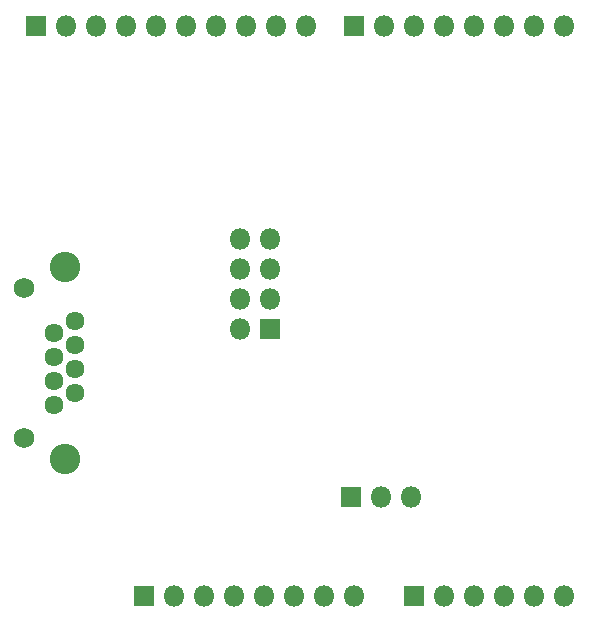
<source format=gbr>
%TF.GenerationSoftware,KiCad,Pcbnew,(5.1.6-0-10_14)*%
%TF.CreationDate,2022-12-23T17:52:02+09:00*%
%TF.ProjectId,MuxReadoutBoard,4d757852-6561-4646-9f75-74426f617264,rev?*%
%TF.SameCoordinates,Original*%
%TF.FileFunction,Soldermask,Top*%
%TF.FilePolarity,Negative*%
%FSLAX46Y46*%
G04 Gerber Fmt 4.6, Leading zero omitted, Abs format (unit mm)*
G04 Created by KiCad (PCBNEW (5.1.6-0-10_14)) date 2022-12-23 17:52:02*
%MOMM*%
%LPD*%
G01*
G04 APERTURE LIST*
%ADD10C,2.575000*%
%ADD11C,1.750000*%
%ADD12C,1.609000*%
%ADD13O,1.800000X1.800000*%
%ADD14R,1.800000X1.800000*%
G04 APERTURE END LIST*
D10*
%TO.C,J1*%
X122810000Y-122071000D03*
X122810000Y-138271000D03*
D11*
X119380000Y-123821000D03*
X119380000Y-136521000D03*
D12*
X123700000Y-126591000D03*
X121920000Y-127611000D03*
X123700000Y-128631000D03*
X121920000Y-129651000D03*
X123700000Y-130671000D03*
X121920000Y-131691000D03*
X123700000Y-132711000D03*
X121920000Y-133731000D03*
%TD*%
D13*
%TO.C,J5*%
X147320000Y-149860000D03*
X144780000Y-149860000D03*
X142240000Y-149860000D03*
X139700000Y-149860000D03*
X137160000Y-149860000D03*
X134620000Y-149860000D03*
X132080000Y-149860000D03*
D14*
X129540000Y-149860000D03*
%TD*%
D13*
%TO.C,J3*%
X143256000Y-101600000D03*
X140716000Y-101600000D03*
X138176000Y-101600000D03*
X135636000Y-101600000D03*
X133096000Y-101600000D03*
X130556000Y-101600000D03*
X128016000Y-101600000D03*
X125476000Y-101600000D03*
X122936000Y-101600000D03*
D14*
X120396000Y-101600000D03*
%TD*%
D13*
%TO.C,J4*%
X165100000Y-101600000D03*
X162560000Y-101600000D03*
X160020000Y-101600000D03*
X157480000Y-101600000D03*
X154940000Y-101600000D03*
X152400000Y-101600000D03*
X149860000Y-101600000D03*
D14*
X147320000Y-101600000D03*
%TD*%
D13*
%TO.C,J6*%
X165100000Y-149860000D03*
X162560000Y-149860000D03*
X160020000Y-149860000D03*
X157480000Y-149860000D03*
X154940000Y-149860000D03*
D14*
X152400000Y-149860000D03*
%TD*%
D13*
%TO.C,J2*%
X137668000Y-119634000D03*
X140208000Y-119634000D03*
X137668000Y-122174000D03*
X140208000Y-122174000D03*
X137668000Y-124714000D03*
X140208000Y-124714000D03*
X137668000Y-127254000D03*
D14*
X140208000Y-127254000D03*
%TD*%
D13*
%TO.C,J7*%
X152146000Y-141478000D03*
X149606000Y-141478000D03*
D14*
X147066000Y-141478000D03*
%TD*%
M02*

</source>
